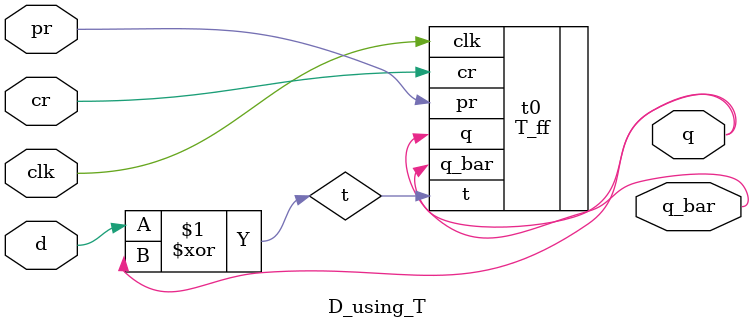
<source format=v>
`timescale 1ns / 1ps


module D_using_T(input d,input clk,input pr,input cr,output q,output q_bar);
wire t=d^q;
T_ff t0(.t(t),.clk(clk),.pr(pr),.cr(cr),.q(q),.q_bar(q_bar));
endmodule
</source>
